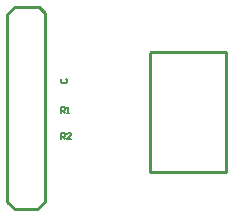
<source format=gto>
%FSLAX23Y23*%
%MOIN*%
G70*
G01*
G75*
%ADD10R,0.118X0.059*%
%ADD11R,0.118X0.039*%
%ADD12R,0.020X0.024*%
%ADD13R,0.024X0.020*%
%ADD14C,0.010*%
%ADD15C,0.060*%
%ADD16C,0.236*%
%ADD17C,0.039*%
%ADD18C,0.005*%
D14*
X950Y210D02*
X1205D01*
X950D02*
Y605D01*
X955Y610D01*
X1205D01*
Y210D02*
Y610D01*
X475Y110D02*
X500Y85D01*
X475Y110D02*
Y735D01*
X500Y760D01*
X580D01*
X600Y740D01*
Y110D02*
Y740D01*
X575Y85D02*
X600Y110D01*
X500Y85D02*
X575D01*
D18*
X658Y518D02*
X655Y515D01*
Y508D01*
X658Y505D01*
X672D01*
X675Y508D01*
Y515D01*
X672Y518D01*
X655Y405D02*
Y425D01*
X665D01*
X668Y422D01*
Y415D01*
X665Y412D01*
X655D01*
X662D02*
X668Y405D01*
X675D02*
X682D01*
X678D01*
Y425D01*
X675Y422D01*
X655Y320D02*
Y340D01*
X665D01*
X668Y337D01*
Y330D01*
X665Y327D01*
X655D01*
X662D02*
X668Y320D01*
X688D02*
X675D01*
X688Y333D01*
Y337D01*
X685Y340D01*
X678D01*
X675Y337D01*
M02*

</source>
